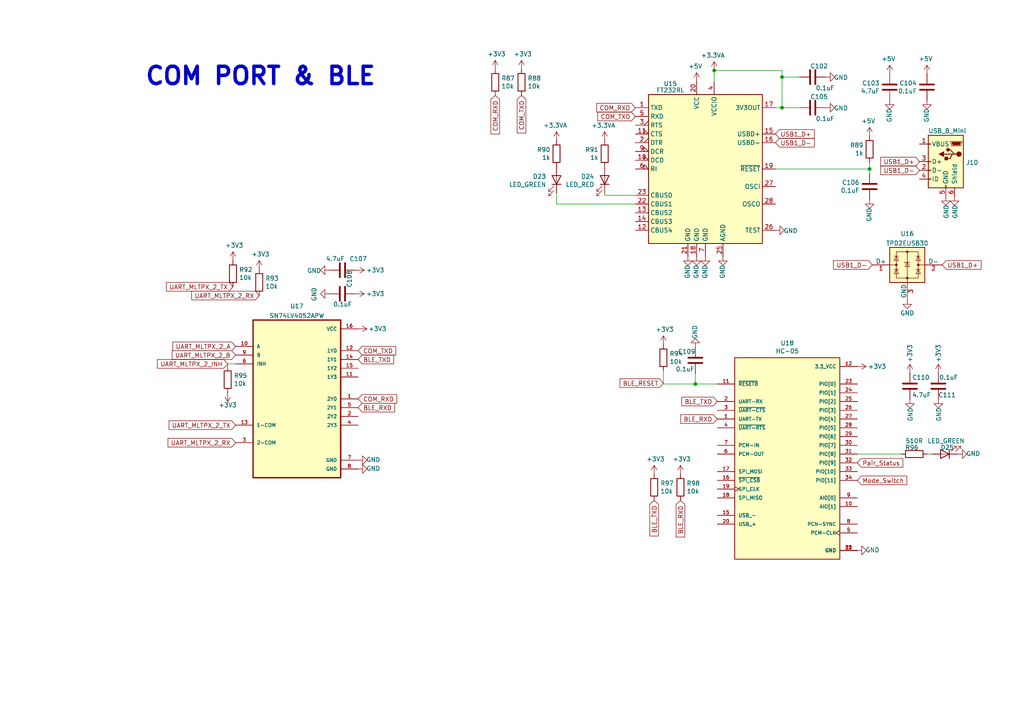
<source format=kicad_sch>
(kicad_sch (version 20211123) (generator eeschema)
  (paper "A4")
  (lib_symbols
    (symbol "Connector:USB_B_Mini" (pin_names (offset 1.016))
      (property "Reference" "J" (at -5.08 11.43 0))
      (property "Value" "USB_B_Mini" (at -5.08 8.89 0))
      (symbol "USB_B_Mini_0_1"
        (rectangle (start -5.08 -7.62) (end 5.08 7.62) (stroke (width 0.254)) (fill (type background)))
        (circle (center -3.81 2.159) (radius 0.635) (stroke (width 0.254)) (fill (type outline)))
        (circle (center -0.635 3.429) (radius 0.381) (stroke (width 0.254)) (fill (type outline)))
        (rectangle (start -0.127 -7.62) (end 0.127 -6.858))
        (polyline (pts (xy -1.905 2.159) (xy 0.635 2.159)) (stroke (width 0.254)))
        (polyline (pts (xy -3.175 2.159) (xy -2.54 2.159) (xy -1.27 3.429) (xy -0.635 3.429)) (stroke (width 0.254)))
        (polyline (pts (xy -2.54 2.159) (xy -1.905 2.159) (xy -1.27 0.889) (xy 0 0.889)) (stroke (width 0.254)))
        (polyline (pts (xy 0.635 2.794) (xy 0.635 1.524) (xy 1.905 2.159) (xy 0.635 2.794)) (stroke (width 0.254)) (fill (type outline)))
        (polyline (pts (xy -4.318 5.588) (xy -1.778 5.588) (xy -2.032 4.826) (xy -4.064 4.826) (xy -4.318 5.588)) (fill (type outline)))
        (polyline (pts (xy -4.699 5.842) (xy -4.699 5.588) (xy -4.445 4.826) (xy -4.445 4.572) (xy -1.651 4.572) (xy -1.651 4.826) (xy -1.397 5.588) (xy -1.397 5.842) (xy -4.699 5.842)))
        (rectangle (start 0.254 1.27) (end -0.508 0.508) (stroke (width 0.254)) (fill (type outline)))
        (rectangle (start 5.08 -5.207) (end 4.318 -4.953))
        (rectangle (start 5.08 -2.667) (end 4.318 -2.413))
        (rectangle (start 5.08 -0.127) (end 4.318 0.127))
        (rectangle (start 5.08 4.953) (end 4.318 5.207))
      )
      (symbol "USB_B_Mini_1_1"
        (pin power_out line (at 7.62 5.08 180) (length 2.54) (name "VBUS") (number "1"))
        (pin bidirectional line (at 7.62 -2.54 180) (length 2.54) (name "D-") (number "2"))
        (pin bidirectional line (at 7.62 0 180) (length 2.54) (name "D+") (number "3"))
        (pin passive line (at 7.62 -5.08 180) (length 2.54) (name "ID") (number "4"))
        (pin power_out line (at 0 -10.16 90) (length 2.54) (name "GND") (number "5"))
        (pin passive line (at -2.54 -10.16 90) (length 2.54) (name "Shield") (number "6"))
      )
    )
    (symbol "Device:C" (pin_numbers hide) (pin_names (offset 0.254))
      (property "Reference" "C" (at 0.635 2.54 0))
      (property "Value" "C" (at 0.635 -2.54 0))
      (symbol "C_0_1"
        (polyline (pts (xy -2.032 -0.762) (xy 2.032 -0.762)) (stroke (width 0.508)))
        (polyline (pts (xy -2.032 0.762) (xy 2.032 0.762)) (stroke (width 0.508)))
      )
      (symbol "C_1_1"
        (pin passive line (at 0 3.81 270) (length 2.794) (name "~") (number "1"))
        (pin passive line (at 0 -3.81 90) (length 2.794) (name "~") (number "2"))
      )
    )
    (symbol "Device:LED" (pin_numbers hide) (pin_names (offset 1.016) hide)
      (property "Reference" "D" (at 0 2.54 0))
      (property "Value" "LED" (at 0 -2.54 0))
      (symbol "LED_0_1"
        (polyline (pts (xy -1.27 -1.27) (xy -1.27 1.27)) (stroke (width 0.254)))
        (polyline (pts (xy -1.27 0) (xy 1.27 0)))
        (polyline (pts (xy 1.27 -1.27) (xy 1.27 1.27) (xy -1.27 0) (xy 1.27 -1.27)) (stroke (width 0.254)))
        (polyline (pts (xy -3.048 -0.762) (xy -4.572 -2.286) (xy -3.81 -2.286) (xy -4.572 -2.286) (xy -4.572 -1.524)))
        (polyline (pts (xy -1.778 -0.762) (xy -3.302 -2.286) (xy -2.54 -2.286) (xy -3.302 -2.286) (xy -3.302 -1.524)))
      )
      (symbol "LED_1_1"
        (pin passive line (at -3.81 0 0) (length 2.54) (name "K") (number "1"))
        (pin passive line (at 3.81 0 180) (length 2.54) (name "A") (number "2"))
      )
    )
    (symbol "Device:R" (pin_numbers hide) (pin_names (offset 0))
      (property "Reference" "R" (at 2.032 0 90))
      (property "Value" "R" (at 0 0 90))
      (symbol "R_0_1"
        (rectangle (start -1.016 -2.54) (end 1.016 2.54) (stroke (width 0.254)))
      )
      (symbol "R_1_1"
        (pin passive line (at 0 3.81 270) (length 1.27) (name "~") (number "1"))
        (pin passive line (at 0 -3.81 90) (length 1.27) (name "~") (number "2"))
      )
    )
    (symbol "Interface_USB:FT232RL"
      (property "Reference" "U" (at -16.51 22.86 0))
      (property "Value" "FT232RL" (at 10.16 22.86 0))
      (symbol "FT232RL_0_1"
        (rectangle (start -16.51 21.59) (end 16.51 -21.59) (stroke (width 0.254)) (fill (type background)))
      )
      (symbol "FT232RL_1_1"
        (pin output line (at 20.32 17.78 180) (length 3.81) (name "TXD") (number "1"))
        (pin input input_low (at 20.32 2.54 180) (length 3.81) (name "DCD") (number "10"))
        (pin input input_low (at 20.32 10.16 180) (length 3.81) (name "CTS") (number "11"))
        (pin bidirectional line (at 20.32 -17.78 180) (length 3.81) (name "CBUS4") (number "12"))
        (pin bidirectional line (at 20.32 -12.7 180) (length 3.81) (name "CBUS2") (number "13"))
        (pin bidirectional line (at 20.32 -15.24 180) (length 3.81) (name "CBUS3") (number "14"))
        (pin bidirectional line (at -20.32 10.16 0) (length 3.81) (name "USBD+") (number "15"))
        (pin bidirectional line (at -20.32 7.62 0) (length 3.81) (name "USBD-") (number "16"))
        (pin power_out line (at -20.32 17.78 0) (length 3.81) (name "3V3OUT") (number "17"))
        (pin power_in line (at 2.54 -25.4 90) (length 3.81) (name "GND") (number "18"))
        (pin input line (at -20.32 0 0) (length 3.81) (name "~{RESET}") (number "19"))
        (pin output output_low (at 20.32 7.62 180) (length 3.81) (name "DTR") (number "2"))
        (pin power_in line (at 2.54 25.4 270) (length 3.81) (name "VCC") (number "20"))
        (pin power_in line (at 5.08 -25.4 90) (length 3.81) (name "GND") (number "21"))
        (pin bidirectional line (at 20.32 -10.16 180) (length 3.81) (name "CBUS1") (number "22"))
        (pin bidirectional line (at 20.32 -7.62 180) (length 3.81) (name "CBUS0") (number "23"))
        (pin power_in line (at -5.08 -25.4 90) (length 3.81) (name "AGND") (number "25"))
        (pin input line (at -20.32 -17.78 0) (length 3.81) (name "TEST") (number "26"))
        (pin input line (at -20.32 -5.08 0) (length 3.81) (name "OSCI") (number "27"))
        (pin output line (at -20.32 -10.16 0) (length 3.81) (name "OSCO") (number "28"))
        (pin output output_low (at 20.32 12.7 180) (length 3.81) (name "RTS") (number "3"))
        (pin power_in line (at -2.54 25.4 270) (length 3.81) (name "VCCIO") (number "4"))
        (pin input line (at 20.32 15.24 180) (length 3.81) (name "RXD") (number "5"))
        (pin input input_low (at 20.32 0 180) (length 3.81) (name "RI") (number "6"))
        (pin power_in line (at 0 -25.4 90) (length 3.81) (name "GND") (number "7"))
        (pin input input_low (at 20.32 5.08 180) (length 3.81) (name "DCR") (number "9"))
      )
    )
    (symbol "Power_Protection:TPD2EUSB30" (pin_names (offset 0))
      (property "Reference" "U" (at 0 6.35 0))
      (property "Value" "TPD2EUSB30" (at 7.62 -7.62 0))
      (symbol "TPD2EUSB30_0_1"
        (rectangle (start -5.08 5.08) (end 5.08 -5.08) (stroke (width 0.254)) (fill (type background)))
        (circle (center -3.175 0) (radius 0.2794) (fill (type outline)))
        (rectangle (start -3.175 3.81) (end 3.175 -3.81))
        (circle (center 0 -3.81) (radius 0.2794) (fill (type outline)))
        (polyline (pts (xy -5.08 0) (xy -3.175 0)))
        (polyline (pts (xy -3.81 -1.27) (xy -2.54 -1.27)))
        (polyline (pts (xy -3.81 2.54) (xy -2.54 2.54)))
        (polyline (pts (xy 0 3.81) (xy 0 -5.08)))
        (polyline (pts (xy 2.54 -1.27) (xy 3.81 -1.27)))
        (polyline (pts (xy 2.54 2.54) (xy 3.81 2.54)))
        (polyline (pts (xy 5.08 0) (xy 3.175 0)))
        (polyline (pts (xy 0.762 0.762) (xy -0.762 0.762) (xy -0.762 0.508)))
        (polyline (pts (xy -2.54 -2.54) (xy -3.81 -2.54) (xy -3.175 -1.27) (xy -2.54 -2.54)))
        (polyline (pts (xy -2.54 1.27) (xy -3.81 1.27) (xy -3.175 2.54) (xy -2.54 1.27)))
        (polyline (pts (xy 0.635 -0.508) (xy -0.635 -0.508) (xy 0 0.762) (xy 0.635 -0.508)))
        (polyline (pts (xy 3.81 -2.54) (xy 2.54 -2.54) (xy 3.175 -1.27) (xy 3.81 -2.54)))
        (polyline (pts (xy 3.81 1.27) (xy 2.54 1.27) (xy 3.175 2.54) (xy 3.81 1.27)))
        (circle (center 0 3.81) (radius 0.2794) (fill (type outline)))
        (circle (center 3.175 0) (radius 0.2794) (fill (type outline)))
      )
      (symbol "TPD2EUSB30_1_1"
        (pin passive line (at -10.16 0 0) (length 5.08) (name "D+") (number "1"))
        (pin passive line (at 10.16 0 180) (length 5.08) (name "D-") (number "2"))
        (pin passive line (at 0 -10.16 90) (length 5.08) (name "GND") (number "3"))
      )
    )
    (symbol "RF:HC-05" (pin_names (offset 1.016))
      (property "Reference" "U" (at -15.24 31.115 0))
      (property "Value" "RF_HC-05" (at -15.24 -30.48 0))
      (symbol "HC-05_0_0"
        (rectangle (start -15.24 -27.94) (end 15.24 30.48) (stroke (width 0.254)) (fill (type background)))
        (pin output line (at -20.32 12.7 0) (length 5.08) (name "UART-TX") (number "1"))
        (pin bidirectional line (at 20.32 -12.7 180) (length 5.08) (name "AIO[1]") (number "10"))
        (pin input line (at -20.32 22.86 0) (length 5.08) (name "~{RESETB}") (number "11"))
        (pin power_in line (at 20.32 27.94 180) (length 5.08) (name "3.3_VCC") (number "12"))
        (pin power_in line (at 20.32 -25.4 180) (length 5.08) (name "GND") (number "13"))
        (pin bidirectional line (at -20.32 -15.24 0) (length 5.08) (name "USB_-") (number "15"))
        (pin input line (at -20.32 -5.08 0) (length 5.08) (name "~{SPI_CSB}") (number "16"))
        (pin input line (at -20.32 -2.54 0) (length 5.08) (name "SPI_MOSI") (number "17"))
        (pin output line (at -20.32 -10.16 0) (length 5.08) (name "SPI_MISO") (number "18"))
        (pin input clock (at -20.32 -7.62 0) (length 5.08) (name "SPI_CLK") (number "19"))
        (pin input line (at -20.32 17.78 0) (length 5.08) (name "UART-RX") (number "2"))
        (pin bidirectional line (at -20.32 -17.78 0) (length 5.08) (name "USB_+") (number "20"))
        (pin power_in line (at 20.32 -25.4 180) (length 5.08) (name "GND") (number "21"))
        (pin power_in line (at 20.32 -25.4 180) (length 5.08) (name "GND") (number "22"))
        (pin bidirectional line (at 20.32 22.86 180) (length 5.08) (name "PIO[0]") (number "23"))
        (pin bidirectional line (at 20.32 20.32 180) (length 5.08) (name "PIO[1]") (number "24"))
        (pin bidirectional line (at 20.32 17.78 180) (length 5.08) (name "PIO[2]") (number "25"))
        (pin bidirectional line (at 20.32 15.24 180) (length 5.08) (name "PIO[3]") (number "26"))
        (pin bidirectional line (at 20.32 12.7 180) (length 5.08) (name "PIO[4]") (number "27"))
        (pin bidirectional line (at 20.32 10.16 180) (length 5.08) (name "PIO[5]") (number "28"))
        (pin bidirectional line (at 20.32 7.62 180) (length 5.08) (name "PIO[6]") (number "29"))
        (pin input line (at -20.32 15.24 0) (length 5.08) (name "~{UART-CTS}") (number "3"))
        (pin bidirectional line (at 20.32 5.08 180) (length 5.08) (name "PIO[7]") (number "30"))
        (pin bidirectional line (at 20.32 2.54 180) (length 5.08) (name "PIO[8]") (number "31"))
        (pin bidirectional line (at 20.32 0 180) (length 5.08) (name "PIO[9]") (number "32"))
        (pin bidirectional line (at 20.32 -2.54 180) (length 5.08) (name "PIO[10]") (number "33"))
        (pin bidirectional line (at 20.32 -5.08 180) (length 5.08) (name "PIO[11]") (number "34"))
        (pin output line (at -20.32 10.16 0) (length 5.08) (name "~{UART-RTS}") (number "4"))
        (pin bidirectional clock (at 20.32 -20.32 180) (length 5.08) (name "PCM-CLK") (number "5"))
        (pin output line (at -20.32 2.54 0) (length 5.08) (name "PCM-OUT") (number "6"))
        (pin input line (at -20.32 5.08 0) (length 5.08) (name "PCM-IN") (number "7"))
        (pin bidirectional line (at 20.32 -17.78 180) (length 5.08) (name "PCN-SYNC") (number "8"))
        (pin bidirectional line (at 20.32 -10.16 180) (length 5.08) (name "AIO[0]") (number "9"))
      )
    )
    (symbol "Symbols:SN74LV4052APW" (pin_names (offset 1.016))
      (property "Reference" "U" (at -12.7 23.8506 0))
      (property "Value" "SN74LV4052APW" (at -12.7 -26.8478 0))
      (symbol "SN74LV4052APW_0_0"
        (rectangle (start -12.7 -22.86) (end 12.7 22.86) (stroke (width 0.4064)) (fill (type background)))
        (pin output line (at 17.78 0 180) (length 5.08) (name "2Y0") (number "1"))
        (pin input line (at -17.78 15.24 0) (length 5.08) (name "A") (number "10"))
        (pin output line (at 17.78 6.35 180) (length 5.08) (name "1Y3") (number "11"))
        (pin output line (at 17.78 13.97 180) (length 5.08) (name "1Y0") (number "12"))
        (pin bidirectional line (at -17.78 -7.62 0) (length 5.08) (name "1-COM") (number "13"))
        (pin output line (at 17.78 11.43 180) (length 5.08) (name "1Y1") (number "14"))
        (pin output line (at 17.78 8.89 180) (length 5.08) (name "1Y2") (number "15"))
        (pin power_in line (at 17.78 20.32 180) (length 5.08) (name "VCC") (number "16"))
        (pin output line (at 17.78 -5.08 180) (length 5.08) (name "2Y2") (number "2"))
        (pin bidirectional line (at -17.78 -12.7 0) (length 5.08) (name "2-COM") (number "3"))
        (pin output line (at 17.78 -7.62 180) (length 5.08) (name "2Y3") (number "4"))
        (pin output line (at 17.78 -2.54 180) (length 5.08) (name "2Y1") (number "5"))
        (pin input line (at -17.78 10.16 0) (length 5.08) (name "INH") (number "6"))
        (pin power_in line (at 17.78 -17.78 180) (length 5.08) (name "GND") (number "7"))
        (pin power_in line (at 17.78 -20.32 180) (length 5.08) (name "GND") (number "8"))
        (pin input line (at -17.78 12.7 0) (length 5.08) (name "B") (number "9"))
      )
    )
    (symbol "power:+3.3V" (power) (pin_names (offset 0))
      (property "Value" "+3.3V" (at 0 3.556 0))
      (symbol "+3.3V_0_1"
        (polyline (pts (xy -0.762 1.27) (xy 0 2.54)))
        (polyline (pts (xy 0 0) (xy 0 2.54)))
        (polyline (pts (xy 0 2.54) (xy 0.762 1.27)))
      )
      (symbol "+3.3V_1_1"
        (pin power_in line (at 0 0 90) (length 0) hide (name "+3V3") (number "1"))
      )
    )
    (symbol "power:+3.3VA" (power) (pin_names (offset 0))
      (property "Value" "+3.3VA" (at 0 3.556 0))
      (symbol "+3.3VA_0_1"
        (polyline (pts (xy -0.762 1.27) (xy 0 2.54)))
        (polyline (pts (xy 0 0) (xy 0 2.54)))
        (polyline (pts (xy 0 2.54) (xy 0.762 1.27)))
      )
      (symbol "+3.3VA_1_1"
        (pin power_in line (at 0 0 90) (length 0) hide (name "+3.3VA") (number "1"))
      )
    )
    (symbol "power:+5V" (power) (pin_names (offset 0))
      (property "Value" "+5V" (at 0 3.556 0))
      (symbol "+5V_0_1"
        (polyline (pts (xy -0.762 1.27) (xy 0 2.54)))
        (polyline (pts (xy 0 0) (xy 0 2.54)))
        (polyline (pts (xy 0 2.54) (xy 0.762 1.27)))
      )
      (symbol "+5V_1_1"
        (pin power_in line (at 0 0 90) (length 0) hide (name "+5V") (number "1"))
      )
    )
    (symbol "power:GND" (power) (pin_names (offset 0))
      (property "Value" "GND" (at 0 -3.81 0))
      (symbol "GND_0_1"
        (polyline (pts (xy 0 0) (xy 0 -1.27) (xy 1.27 -1.27) (xy 0 -2.54) (xy -1.27 -1.27) (xy 0 -1.27)))
      )
      (symbol "GND_1_1"
        (pin power_in line (at 0 0 270) (length 0) hide (name "GND") (number "1"))
      )
    )
  )
  (junction (at 252.222 49.022))
  (junction (at 226.822 31.242))
  (junction (at 201.676 111.379))
  (junction (at 226.822 22.352))
  (junction (at 207.137 20.447))
  (wire (pts (xy 66.04 105.537) (xy 68.326 105.537)))
  (wire (pts (xy 184.277 56.642) (xy 175.387 56.642)))
  (wire (pts (xy 192.405 111.379) (xy 201.676 111.379)))
  (wire (pts (xy 226.822 20.447) (xy 226.822 22.352)))
  (wire (pts (xy 261.366 131.699) (xy 248.666 131.699)))
  (wire (pts (xy 201.676 108.331) (xy 201.676 111.379)))
  (wire (pts (xy 161.417 56.007) (xy 161.417 59.182)))
  (wire (pts (xy 270.256 131.699) (xy 268.986 131.699)))
  (wire (pts (xy 252.222 50.292) (xy 252.222 49.022)))
  (wire (pts (xy 224.917 49.022) (xy 252.222 49.022)))
  (wire (pts (xy 226.822 22.352) (xy 226.822 31.242)))
  (wire (pts (xy 226.822 31.242) (xy 231.902 31.242)))
  (wire (pts (xy 66.04 106.299) (xy 66.04 105.537)))
  (wire (pts (xy 207.137 23.622) (xy 207.137 20.447)))
  (wire (pts (xy 231.902 22.352) (xy 226.822 22.352)))
  (wire (pts (xy 184.277 59.182) (xy 161.417 59.182)))
  (wire (pts (xy 201.676 111.379) (xy 208.026 111.379)))
  (wire (pts (xy 207.137 20.447) (xy 226.822 20.447)))
  (wire (pts (xy 175.387 56.642) (xy 175.387 56.007)))
  (wire (pts (xy 224.917 31.242) (xy 226.822 31.242)))
  (wire (pts (xy 192.405 111.379) (xy 192.405 107.569)))
  (wire (pts (xy 252.222 49.022) (xy 252.222 47.117)))
  (text "COM PORT & BLE" (at 41.783 25.146 0) (effects (font (size 5.0038 5.0038) (thickness 1.0008) bold) (justify left bottom)))
  (global_label "COM_RXD" (shape input) (at 184.277 31.242 180) (property "Intersheet References" "${INTERSHEET_REFS}" (effects hide)))
  (global_label "BLE_RXD" (shape input) (at 208.026 121.539 180) (property "Intersheet References" "${INTERSHEET_REFS}" (effects hide)))
  (global_label "UART_MLTPX_2_INH" (shape input) (at 66.04 105.537 180) (property "Intersheet References" "${INTERSHEET_REFS}" (effects hide)))
  (global_label "UART_MLTPX_2_RX" (shape input) (at 75.184 85.725 180) (property "Intersheet References" "${INTERSHEET_REFS}" (effects hide)))
  (global_label "BLE_TXD" (shape input) (at 103.886 104.267 0) (property "Intersheet References" "${INTERSHEET_REFS}" (effects hide)))
  (global_label "BLE_RXD" (shape input) (at 103.886 118.237 0) (property "Intersheet References" "${INTERSHEET_REFS}" (effects hide)))
  (global_label "UART_MLTPX_2_A" (shape input) (at 68.326 100.457 180) (property "Intersheet References" "${INTERSHEET_REFS}" (effects hide)))
  (global_label "BLE_RXD" (shape input) (at 197.358 145.161 270) (property "Intersheet References" "${INTERSHEET_REFS}" (effects hide)))
  (global_label "UART_MLTPX_2_RX" (shape input) (at 68.326 128.397 180) (property "Intersheet References" "${INTERSHEET_REFS}" (effects hide)))
  (global_label "UART_MLTPX_2_TX" (shape input) (at 67.564 83.185 180) (property "Intersheet References" "${INTERSHEET_REFS}" (effects hide)))
  (global_label "Mode_Switch" (shape input) (at 248.666 139.319 0) (property "Intersheet References" "${INTERSHEET_REFS}" (effects hide)))
  (global_label "COM_TXD" (shape input) (at 103.886 101.727 0) (property "Intersheet References" "${INTERSHEET_REFS}" (effects hide)))
  (global_label "BLE_TXD" (shape input) (at 208.026 116.459 180) (property "Intersheet References" "${INTERSHEET_REFS}" (effects hide)))
  (global_label "COM_TXD" (shape input) (at 184.277 33.782 180) (property "Intersheet References" "${INTERSHEET_REFS}" (effects hide)))
  (global_label "UART_MLTPX_2_TX" (shape input) (at 68.326 123.317 180) (property "Intersheet References" "${INTERSHEET_REFS}" (effects hide)))
  (global_label "COM_RXD" (shape input) (at 143.637 27.686 270) (property "Intersheet References" "${INTERSHEET_REFS}" (effects hide)))
  (global_label "BLE_TXD" (shape input) (at 189.738 145.161 270) (property "Intersheet References" "${INTERSHEET_REFS}" (effects hide)))
  (global_label "COM_TXD" (shape input) (at 151.257 27.686 270) (property "Intersheet References" "${INTERSHEET_REFS}" (effects hide)))
  (global_label "Pair_Status" (shape input) (at 248.666 134.239 0) (property "Intersheet References" "${INTERSHEET_REFS}" (effects hide)))
  (global_label "USB1_D+" (shape input) (at 273.304 76.835 0) (property "Intersheet References" "${INTERSHEET_REFS}" (effects hide)))
  (global_label "UART_MLTPX_2_B" (shape input) (at 68.326 102.997 180) (property "Intersheet References" "${INTERSHEET_REFS}" (effects hide)))
  (global_label "USB1_D+" (shape input) (at 224.917 38.862 0) (property "Intersheet References" "${INTERSHEET_REFS}" (effects hide)))
  (global_label "COM_RXD" (shape input) (at 103.886 115.697 0) (property "Intersheet References" "${INTERSHEET_REFS}" (effects hide)))
  (global_label "USB1_D-" (shape input) (at 266.7 49.403 180) (property "Intersheet References" "${INTERSHEET_REFS}" (effects hide)))
  (global_label "BLE_RESET" (shape input) (at 192.405 111.125 180) (property "Intersheet References" "${INTERSHEET_REFS}" (effects hide)))
  (global_label "USB1_D-" (shape input) (at 224.917 41.402 0) (property "Intersheet References" "${INTERSHEET_REFS}" (effects hide)))
  (global_label "USB1_D+" (shape input) (at 266.7 46.863 180) (property "Intersheet References" "${INTERSHEET_REFS}" (effects hide)))
  (global_label "USB1_D-" (shape input) (at 252.984 76.835 180) (property "Intersheet References" "${INTERSHEET_REFS}" (effects hide)))
  (symbol (lib_id "Device:LED") (at 161.417 52.197 270) (mirror x) (unit 1)
    (property "Reference" "D23" (at 158.4198 51.2064 90) (effects (justify right)))
    (property "Value" "LED_GREEN" (at 158.4198 53.5178 90) (effects (justify right)))
    (property "Footprint" "LED_SMD:LED_0603_1608Metric" (effects hide))
  )
  (symbol (lib_id "Device:R") (at 67.564 79.375 0) (unit 1)
    (property "Reference" "R92" (at 69.342 78.2066 0) (effects (justify left)))
    (property "Value" "10k" (at 69.342 80.518 0) (effects (justify left)))
    (property "Footprint" "Resistor_SMD:R_0603_1608Metric" (effects hide))
  )
  (symbol (lib_id "power:GND") (at 248.666 159.639 90) (unit 1)
    (property "Reference" "#PWR0318" (effects hide))
    (property "Value" "GND" (at 253.0602 159.512 90))
  )
  (symbol (lib_id "power:+3.3V") (at 75.184 78.105 0) (unit 1)
    (property "Reference" "#PWR0298" (effects hide))
    (property "Value" "+3.3V" (at 75.565 73.7108 0))
  )
  (symbol (lib_id "Device:R") (at 66.04 110.109 180) (unit 1)
    (property "Reference" "R95" (at 67.818 108.9406 0) (effects (justify right)))
    (property "Value" "10k" (at 67.818 111.252 0) (effects (justify right)))
    (property "Footprint" "Resistor_SMD:R_0603_1608Metric" (effects hide))
  )
  (symbol (lib_id "Device:C") (at 263.906 112.014 0) (unit 1)
    (property "Reference" "C110" (at 264.541 109.474 0) (effects (justify left)))
    (property "Value" "4.7uF" (at 264.541 114.554 0) (effects (justify left)))
    (property "Footprint" "Capacitor_SMD:C_0805_2012Metric" (effects hide))
  )
  (symbol (lib_id "Device:LED") (at 274.066 131.699 180) (unit 1)
    (property "Reference" "D25" (at 272.796 129.794 0) (effects (justify right)))
    (property "Value" "LED_GREEN" (at 268.986 127.889 0) (effects (justify right)))
    (property "Footprint" "LED_SMD:LED_0603_1608Metric" (effects hide))
  )
  (symbol (lib_id "Device:R") (at 143.637 23.876 0) (unit 1)
    (property "Reference" "R87" (at 145.415 22.7076 0) (effects (justify left)))
    (property "Value" "10k" (at 145.415 25.019 0) (effects (justify left)))
    (property "Footprint" "Resistor_SMD:R_0603_1608Metric" (effects hide))
  )
  (symbol (lib_id "Device:R") (at 175.387 44.577 0) (mirror y) (unit 1)
    (property "Reference" "R91" (at 173.609 43.4086 0) (effects (justify left)))
    (property "Value" "1k" (at 173.609 45.72 0) (effects (justify left)))
    (property "Footprint" "Resistor_SMD:R_0603_1608Metric" (effects hide))
  )
  (symbol (lib_id "power:+3.3V") (at 189.738 137.541 0) (unit 1)
    (property "Reference" "#PWR0316" (effects hide))
    (property "Value" "+3.3V" (at 190.119 133.1468 0))
  )
  (symbol (lib_id "power:GND") (at 276.86 57.023 0) (unit 1)
    (property "Reference" "#PWR0290" (effects hide))
    (property "Value" "GND" (at 276.987 61.4172 90))
  )
  (symbol (lib_id "Device:C") (at 252.222 54.102 0) (mirror y) (unit 1)
    (property "Reference" "C106" (at 249.301 52.9336 0) (effects (justify left)))
    (property "Value" "0.1uF" (at 249.301 55.245 0) (effects (justify left)))
    (property "Footprint" "Capacitor_SMD:C_0603_1608Metric" (effects hide))
  )
  (symbol (lib_id "Device:C") (at 268.859 25.273 0) (mirror y) (unit 1)
    (property "Reference" "C104" (at 265.938 24.1046 0) (effects (justify left)))
    (property "Value" "0.1uF" (at 265.938 26.416 0) (effects (justify left)))
    (property "Footprint" "Capacitor_SMD:C_0603_1608Metric" (effects hide))
  )
  (symbol (lib_id "Device:C") (at 235.712 22.352 90) (mirror x) (unit 1)
    (property "Reference" "C102" (at 240.157 19.177 90) (effects (justify left)))
    (property "Value" "0.1uF" (at 242.062 25.527 90) (effects (justify left)))
    (property "Footprint" "Capacitor_SMD:C_0603_1608Metric" (effects hide))
  )
  (symbol (lib_id "power:GND") (at 263.144 86.995 0) (unit 1)
    (property "Reference" "#PWR0303" (effects hide))
    (property "Value" "GND" (at 263.144 90.805 0))
  )
  (symbol (lib_id "power:GND") (at 204.597 74.422 0) (mirror y) (unit 1)
    (property "Reference" "#PWR0295" (effects hide))
    (property "Value" "GND" (at 204.47 78.8162 90))
  )
  (symbol (lib_id "power:GND") (at 268.859 29.083 0) (mirror y) (unit 1)
    (property "Reference" "#PWR0284" (effects hide))
    (property "Value" "GND" (at 268.732 33.4772 90))
  )
  (symbol (lib_id "Connector:USB_B_Mini") (at 274.32 46.863 0) (mirror y) (unit 1)
    (property "Reference" "J10" (at 280.162 47.1424 0) (effects (justify right)))
    (property "Value" "USB_B_Mini" (at 269.24 37.973 0) (effects (justify right)))
    (property "Footprint" "Connector_USB:USB_Mini-B_Lumberg_2486_01_Horizontal" (effects hide))
  )
  (symbol (lib_id "Symbols:SN74LV4052APW") (at 86.106 115.697 0) (unit 1)
    (property "Reference" "U17" (at 86.106 88.7943 0))
    (property "Value" "SN74LV4052APW" (at 86.106 91.5694 0))
    (property "Footprint" "Package_SO:TSSOP-16_4.4x5mm_P0.65mm" (effects hide))
  )
  (symbol (lib_id "power:GND") (at 95.504 78.359 270) (unit 1)
    (property "Reference" "#PWR0299" (effects hide))
    (property "Value" "GND" (at 91.1098 78.486 90))
  )
  (symbol (lib_id "power:GND") (at 272.161 115.824 0) (unit 1)
    (property "Reference" "#PWR0312" (effects hide))
    (property "Value" "GND" (at 272.288 120.2182 90))
  )
  (symbol (lib_id "power:+5V") (at 252.222 39.497 0) (mirror y) (unit 1)
    (property "Reference" "#PWR0286" (effects hide))
    (property "Value" "+5V" (at 251.841 35.1028 0))
  )
  (symbol (lib_id "power:GND") (at 201.676 100.711 180) (unit 1)
    (property "Reference" "#PWR0306" (effects hide))
    (property "Value" "GND" (at 201.549 96.3168 90))
  )
  (symbol (lib_id "power:+3.3V") (at 192.405 99.949 0) (unit 1)
    (property "Reference" "#PWR0305" (effects hide))
    (property "Value" "+3.3V" (at 192.786 95.5548 0))
  )
  (symbol (lib_id "power:+3.3V") (at 66.04 113.919 180) (unit 1)
    (property "Reference" "#PWR0310" (effects hide))
    (property "Value" "+3.3V" (at 66.04 117.475 0))
  )
  (symbol (lib_id "power:+3.3V") (at 272.161 108.204 0) (unit 1)
    (property "Reference" "#PWR0309" (effects hide))
    (property "Value" "+3.3V" (at 272.161 102.489 90))
  )
  (symbol (lib_id "power:+3.3V") (at 151.257 20.066 0) (unit 1)
    (property "Reference" "#PWR0277" (effects hide))
    (property "Value" "+3.3V" (at 151.638 15.6718 0))
  )
  (symbol (lib_id "Device:R") (at 189.738 141.351 0) (unit 1)
    (property "Reference" "R97" (at 191.516 140.1826 0) (effects (justify left)))
    (property "Value" "10k" (at 191.516 142.494 0) (effects (justify left)))
    (property "Footprint" "Resistor_SMD:R_0603_1608Metric" (effects hide))
  )
  (symbol (lib_id "Device:R") (at 151.257 23.876 0) (unit 1)
    (property "Reference" "R88" (at 153.035 22.7076 0) (effects (justify left)))
    (property "Value" "10k" (at 153.035 25.019 0) (effects (justify left)))
    (property "Footprint" "Resistor_SMD:R_0603_1608Metric" (effects hide))
  )
  (symbol (lib_id "power:GND") (at 258.064 29.083 0) (mirror y) (unit 1)
    (property "Reference" "#PWR0283" (effects hide))
    (property "Value" "GND" (at 257.937 33.4772 90))
  )
  (symbol (lib_id "Interface_USB:FT232RL") (at 204.597 49.022 0) (mirror y) (unit 1)
    (property "Reference" "U15" (at 194.437 24.257 0))
    (property "Value" "FT232RL" (at 194.437 26.162 0))
    (property "Footprint" "Package_SO:SSOP-28_5.3x10.2mm_P0.65mm" (effects hide))
    (property "Datasheet" "https://www.ftdichip.com/Support/Documents/DataSheets/ICs/DS_FT232R.pdf" (effects hide))
  )
  (symbol (lib_id "Device:R") (at 252.222 43.307 0) (mirror y) (unit 1)
    (property "Reference" "R89" (at 250.444 42.1386 0) (effects (justify left)))
    (property "Value" "1k" (at 250.444 44.45 0) (effects (justify left)))
    (property "Footprint" "Resistor_SMD:R_0603_1608Metric" (effects hide))
  )
  (symbol (lib_id "Device:C") (at 99.314 78.359 270) (unit 1)
    (property "Reference" "C107" (at 101.346 75.057 90) (effects (justify left)))
    (property "Value" "4.7uF" (at 94.488 75.057 90) (effects (justify left)))
    (property "Footprint" "Capacitor_SMD:C_0805_2012Metric" (effects hide))
  )
  (symbol (lib_id "power:+3.3VA") (at 161.417 40.767 0) (mirror y) (unit 1)
    (property "Reference" "#PWR0287" (effects hide))
    (property "Value" "+3.3VA" (at 161.036 36.3728 0))
  )
  (symbol (lib_id "power:+3.3VA") (at 207.137 20.447 0) (mirror y) (unit 1)
    (property "Reference" "#PWR0278" (effects hide))
    (property "Value" "+3.3VA" (at 206.756 16.0528 0))
  )
  (symbol (lib_id "Device:C") (at 235.712 31.242 90) (mirror x) (unit 1)
    (property "Reference" "C105" (at 240.157 28.067 90) (effects (justify left)))
    (property "Value" "0.1uF" (at 242.062 34.417 90) (effects (justify left)))
    (property "Footprint" "Capacitor_SMD:C_0603_1608Metric" (effects hide))
  )
  (symbol (lib_id "Device:R") (at 192.405 103.759 0) (unit 1)
    (property "Reference" "R94" (at 194.183 102.5906 0) (effects (justify left)))
    (property "Value" "10k" (at 194.183 104.902 0) (effects (justify left)))
    (property "Footprint" "Resistor_SMD:R_0603_1608Metric" (effects hide))
  )
  (symbol (lib_id "power:GND") (at 202.057 74.422 0) (mirror y) (unit 1)
    (property "Reference" "#PWR0294" (effects hide))
    (property "Value" "GND" (at 201.93 78.8162 90))
  )
  (symbol (lib_id "power:GND") (at 263.906 115.824 0) (unit 1)
    (property "Reference" "#PWR0311" (effects hide))
    (property "Value" "GND" (at 264.033 120.2182 90))
  )
  (symbol (lib_id "power:GND") (at 95.504 85.217 270) (unit 1)
    (property "Reference" "#PWR0301" (effects hide))
    (property "Value" "GND" (at 91.1098 85.344 0))
  )
  (symbol (lib_id "power:GND") (at 103.886 133.477 90) (unit 1)
    (property "Reference" "#PWR0314" (effects hide))
    (property "Value" "GND" (at 108.2802 133.35 90))
  )
  (symbol (lib_id "power:+3.3V") (at 263.906 108.204 0) (unit 1)
    (property "Reference" "#PWR0308" (effects hide))
    (property "Value" "+3.3V" (at 263.906 102.489 90))
  )
  (symbol (lib_id "power:GND") (at 224.917 66.802 90) (mirror x) (unit 1)
    (property "Reference" "#PWR0292" (effects hide))
    (property "Value" "GND" (at 229.3112 66.929 90))
  )
  (symbol (lib_id "power:+3.3V") (at 103.124 78.359 270) (unit 1)
    (property "Reference" "#PWR0300" (effects hide))
    (property "Value" "+3.3V" (at 108.839 78.359 90))
  )
  (symbol (lib_id "power:GND") (at 209.677 74.422 0) (mirror y) (unit 1)
    (property "Reference" "#PWR0296" (effects hide))
    (property "Value" "GND" (at 209.55 78.8162 90))
  )
  (symbol (lib_id "power:+3.3V") (at 67.564 75.565 0) (unit 1)
    (property "Reference" "#PWR0297" (effects hide))
    (property "Value" "+3.3V" (at 67.945 71.1708 0))
  )
  (symbol (lib_id "power:+3.3V") (at 248.666 106.299 270) (unit 1)
    (property "Reference" "#PWR0307" (effects hide))
    (property "Value" "+3.3V" (at 254.381 106.299 90))
  )
  (symbol (lib_id "power:GND") (at 277.876 131.699 90) (unit 1)
    (property "Reference" "#PWR0313" (effects hide))
    (property "Value" "GND" (at 282.2702 131.572 90))
  )
  (symbol (lib_id "power:+3.3VA") (at 175.387 40.767 0) (mirror y) (unit 1)
    (property "Reference" "#PWR0288" (effects hide))
    (property "Value" "+3.3VA" (at 175.006 36.3728 0))
  )
  (symbol (lib_id "power:+3.3V") (at 197.358 137.541 0) (unit 1)
    (property "Reference" "#PWR0317" (effects hide))
    (property "Value" "+3.3V" (at 197.739 133.1468 0))
  )
  (symbol (lib_id "Power_Protection:TPD2EUSB30") (at 263.144 76.835 0) (unit 1)
    (property "Reference" "U16" (at 263.144 67.7885 0))
    (property "Value" "TPD2EUSB30" (at 263.144 70.5636 0))
    (property "Footprint" "Package_TO_SOT_SMD:Texas_DRT-3" (effects hide))
    (property "Datasheet" "http://www.ti.com/lit/ds/symlink/tpd2eusb30a.pdf" (effects hide))
  )
  (symbol (lib_id "power:+5V") (at 202.057 23.622 0) (mirror y) (unit 1)
    (property "Reference" "#PWR0282" (effects hide))
    (property "Value" "+5V" (at 201.676 19.2278 0))
  )
  (symbol (lib_id "power:+3.3V") (at 143.637 20.066 0) (unit 1)
    (property "Reference" "#PWR0276" (effects hide))
    (property "Value" "+3.3V" (at 144.018 15.6718 0))
  )
  (symbol (lib_id "Device:C") (at 258.064 25.273 0) (mirror y) (unit 1)
    (property "Reference" "C103" (at 255.143 24.1046 0) (effects (justify left)))
    (property "Value" "4.7uF" (at 255.143 26.416 0) (effects (justify left)))
    (property "Footprint" "Capacitor_SMD:C_0805_2012Metric" (effects hide))
  )
  (symbol (lib_id "Device:C") (at 272.161 112.014 180) (unit 1)
    (property "Reference" "C111" (at 277.241 114.554 0) (effects (justify left)))
    (property "Value" "0.1uF" (at 277.876 109.474 0) (effects (justify left)))
    (property "Footprint" "Capacitor_SMD:C_0603_1608Metric" (effects hide))
  )
  (symbol (lib_id "power:GND") (at 103.886 136.017 90) (unit 1)
    (property "Reference" "#PWR0315" (effects hide))
    (property "Value" "GND" (at 108.2802 135.89 90))
  )
  (symbol (lib_id "Device:R") (at 161.417 44.577 0) (mirror y) (unit 1)
    (property "Reference" "R90" (at 159.639 43.4086 0) (effects (justify left)))
    (property "Value" "1k" (at 159.639 45.72 0) (effects (justify left)))
    (property "Footprint" "Resistor_SMD:R_0603_1608Metric" (effects hide))
  )
  (symbol (lib_id "power:+3.3V") (at 103.124 85.217 270) (unit 1)
    (property "Reference" "#PWR0302" (effects hide))
    (property "Value" "+3.3V" (at 108.839 85.217 90))
  )
  (symbol (lib_id "power:+3.3V") (at 103.886 95.377 270) (unit 1)
    (property "Reference" "#PWR0304" (effects hide))
    (property "Value" "+3.3V" (at 109.474 95.377 90))
  )
  (symbol (lib_id "Device:R") (at 265.176 131.699 270) (unit 1)
    (property "Reference" "R96" (at 266.446 129.794 90) (effects (justify right)))
    (property "Value" "510R" (at 267.716 127.889 90) (effects (justify right)))
    (property "Footprint" "Resistor_SMD:R_0603_1608Metric" (effects hide))
  )
  (symbol (lib_id "power:+5V") (at 268.859 21.463 0) (mirror y) (unit 1)
    (property "Reference" "#PWR0280" (effects hide))
    (property "Value" "+5V" (at 268.478 17.0688 0))
  )
  (symbol (lib_id "power:GND") (at 239.522 22.352 90) (mirror x) (unit 1)
    (property "Reference" "#PWR0281" (effects hide))
    (property "Value" "GND" (at 243.9162 22.479 90))
  )
  (symbol (lib_id "Device:R") (at 197.358 141.351 0) (unit 1)
    (property "Reference" "R98" (at 199.136 140.1826 0) (effects (justify left)))
    (property "Value" "10k" (at 199.136 142.494 0) (effects (justify left)))
    (property "Footprint" "Resistor_SMD:R_0603_1608Metric" (effects hide))
  )
  (symbol (lib_id "Device:LED") (at 175.387 52.197 270) (mirror x) (unit 1)
    (property "Reference" "D24" (at 172.3898 51.2064 90) (effects (justify right)))
    (property "Value" "LED_RED" (at 172.3898 53.5178 90) (effects (justify right)))
    (property "Footprint" "LED_SMD:LED_0603_1608Metric" (effects hide))
  )
  (symbol (lib_id "power:+5V") (at 258.064 21.463 0) (mirror y) (unit 1)
    (property "Reference" "#PWR0279" (effects hide))
    (property "Value" "+5V" (at 257.683 17.0688 0))
  )
  (symbol (lib_id "power:GND") (at 199.517 74.422 0) (mirror y) (unit 1)
    (property "Reference" "#PWR0293" (effects hide))
    (property "Value" "GND" (at 199.39 78.8162 90))
  )
  (symbol (lib_id "power:GND") (at 252.222 57.912 0) (mirror y) (unit 1)
    (property "Reference" "#PWR0291" (effects hide))
    (property "Value" "GND" (at 252.095 62.3062 90))
  )
  (symbol (lib_id "Device:C") (at 201.676 104.521 0) (unit 1)
    (property "Reference" "C109" (at 196.596 101.981 0) (effects (justify left)))
    (property "Value" "0.1uF" (at 195.961 107.061 0) (effects (justify left)))
    (property "Footprint" "Capacitor_SMD:C_0603_1608Metric" (effects hide))
  )
  (symbol (lib_id "Device:C") (at 99.314 85.217 90) (unit 1)
    (property "Reference" "C108" (at 101.346 83.439 0) (effects (justify left)))
    (property "Value" "0.1uF" (at 102.108 88.265 90) (effects (justify left)))
    (property "Footprint" "Capacitor_SMD:C_0603_1608Metric" (effects hide))
  )
  (symbol (lib_id "power:GND") (at 274.32 57.023 0) (unit 1)
    (property "Reference" "#PWR0289" (effects hide))
    (property "Value" "GND" (at 274.447 61.4172 90))
  )
  (symbol (lib_id "RF:HC-05") (at 228.346 134.239 0) (unit 1)
    (property "Reference" "U18" (at 228.346 99.5172 0))
    (property "Value" "HC-05" (at 228.346 101.8286 0))
    (property "Footprint" "Footprint:HC-05" (effects hide))
  )
  (symbol (lib_id "power:GND") (at 239.522 31.242 90) (mirror x) (unit 1)
    (property "Reference" "#PWR0285" (effects hide))
    (property "Value" "GND" (at 243.9162 31.369 90))
  )
  (symbol (lib_id "Device:R") (at 75.184 81.915 0) (unit 1)
    (property "Reference" "R93" (at 76.962 80.7466 0) (effects (justify left)))
    (property "Value" "10k" (at 76.962 83.058 0) (effects (justify left)))
    (property "Footprint" "Resistor_SMD:R_0603_1608Metric" (effects hide))
  )
)
</source>
